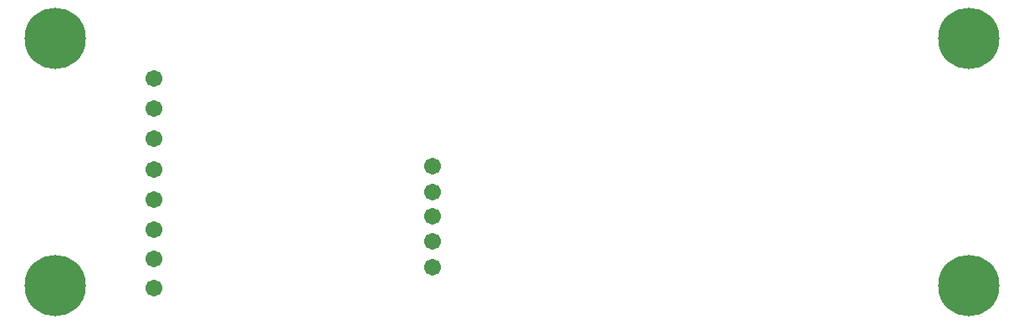
<source format=gbs>
G04*
G04 #@! TF.GenerationSoftware,Altium Limited,Altium Designer,19.0.14 (431)*
G04*
G04 Layer_Color=16711935*
%FSLAX25Y25*%
%MOIN*%
G70*
G01*
G75*
%ADD36C,0.06706*%
%ADD37C,0.24422*%
D36*
X93307Y112657D02*
D03*
Y64567D02*
D03*
Y88157D02*
D03*
Y76157D02*
D03*
Y53110D02*
D03*
Y136658D02*
D03*
Y100437D02*
D03*
Y124563D02*
D03*
X204331Y101575D02*
D03*
X204331Y61417D02*
D03*
Y71653D02*
D03*
Y81496D02*
D03*
Y91339D02*
D03*
D37*
X418110Y152756D02*
D03*
Y53937D02*
D03*
X53937Y152756D02*
D03*
Y53937D02*
D03*
M02*

</source>
